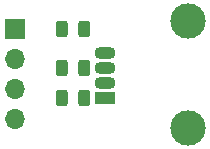
<source format=gbr>
%TF.GenerationSoftware,KiCad,Pcbnew,5.1.5-52549c5~86~ubuntu16.04.1*%
%TF.CreationDate,2020-10-09T17:32:45+05:30*%
%TF.ProjectId,DIP_3_color_LED_Module_V1.0,4449505f-335f-4636-9f6c-6f725f4c4544,V1.0*%
%TF.SameCoordinates,Original*%
%TF.FileFunction,Soldermask,Bot*%
%TF.FilePolarity,Negative*%
%FSLAX46Y46*%
G04 Gerber Fmt 4.6, Leading zero omitted, Abs format (unit mm)*
G04 Created by KiCad (PCBNEW 5.1.5-52549c5~86~ubuntu16.04.1) date 2020-10-09 17:32:45*
%MOMM*%
%LPD*%
G04 APERTURE LIST*
%ADD10C,3.000000*%
%ADD11C,0.100000*%
%ADD12O,1.700000X1.700000*%
%ADD13R,1.700000X1.700000*%
%ADD14O,1.800000X1.070000*%
%ADD15R,1.800000X1.070000*%
G04 APERTURE END LIST*
D10*
%TO.C,H1*%
X146210000Y-102729000D03*
%TD*%
%TO.C,H2*%
X146210000Y-93729000D03*
%TD*%
D11*
%TO.C,R2*%
G36*
X137681642Y-96964174D02*
G01*
X137705303Y-96967684D01*
X137728507Y-96973496D01*
X137751029Y-96981554D01*
X137772653Y-96991782D01*
X137793170Y-97004079D01*
X137812383Y-97018329D01*
X137830107Y-97034393D01*
X137846171Y-97052117D01*
X137860421Y-97071330D01*
X137872718Y-97091847D01*
X137882946Y-97113471D01*
X137891004Y-97135993D01*
X137896816Y-97159197D01*
X137900326Y-97182858D01*
X137901500Y-97206750D01*
X137901500Y-98119250D01*
X137900326Y-98143142D01*
X137896816Y-98166803D01*
X137891004Y-98190007D01*
X137882946Y-98212529D01*
X137872718Y-98234153D01*
X137860421Y-98254670D01*
X137846171Y-98273883D01*
X137830107Y-98291607D01*
X137812383Y-98307671D01*
X137793170Y-98321921D01*
X137772653Y-98334218D01*
X137751029Y-98344446D01*
X137728507Y-98352504D01*
X137705303Y-98358316D01*
X137681642Y-98361826D01*
X137657750Y-98363000D01*
X137170250Y-98363000D01*
X137146358Y-98361826D01*
X137122697Y-98358316D01*
X137099493Y-98352504D01*
X137076971Y-98344446D01*
X137055347Y-98334218D01*
X137034830Y-98321921D01*
X137015617Y-98307671D01*
X136997893Y-98291607D01*
X136981829Y-98273883D01*
X136967579Y-98254670D01*
X136955282Y-98234153D01*
X136945054Y-98212529D01*
X136936996Y-98190007D01*
X136931184Y-98166803D01*
X136927674Y-98143142D01*
X136926500Y-98119250D01*
X136926500Y-97206750D01*
X136927674Y-97182858D01*
X136931184Y-97159197D01*
X136936996Y-97135993D01*
X136945054Y-97113471D01*
X136955282Y-97091847D01*
X136967579Y-97071330D01*
X136981829Y-97052117D01*
X136997893Y-97034393D01*
X137015617Y-97018329D01*
X137034830Y-97004079D01*
X137055347Y-96991782D01*
X137076971Y-96981554D01*
X137099493Y-96973496D01*
X137122697Y-96967684D01*
X137146358Y-96964174D01*
X137170250Y-96963000D01*
X137657750Y-96963000D01*
X137681642Y-96964174D01*
G37*
G36*
X135806642Y-96964174D02*
G01*
X135830303Y-96967684D01*
X135853507Y-96973496D01*
X135876029Y-96981554D01*
X135897653Y-96991782D01*
X135918170Y-97004079D01*
X135937383Y-97018329D01*
X135955107Y-97034393D01*
X135971171Y-97052117D01*
X135985421Y-97071330D01*
X135997718Y-97091847D01*
X136007946Y-97113471D01*
X136016004Y-97135993D01*
X136021816Y-97159197D01*
X136025326Y-97182858D01*
X136026500Y-97206750D01*
X136026500Y-98119250D01*
X136025326Y-98143142D01*
X136021816Y-98166803D01*
X136016004Y-98190007D01*
X136007946Y-98212529D01*
X135997718Y-98234153D01*
X135985421Y-98254670D01*
X135971171Y-98273883D01*
X135955107Y-98291607D01*
X135937383Y-98307671D01*
X135918170Y-98321921D01*
X135897653Y-98334218D01*
X135876029Y-98344446D01*
X135853507Y-98352504D01*
X135830303Y-98358316D01*
X135806642Y-98361826D01*
X135782750Y-98363000D01*
X135295250Y-98363000D01*
X135271358Y-98361826D01*
X135247697Y-98358316D01*
X135224493Y-98352504D01*
X135201971Y-98344446D01*
X135180347Y-98334218D01*
X135159830Y-98321921D01*
X135140617Y-98307671D01*
X135122893Y-98291607D01*
X135106829Y-98273883D01*
X135092579Y-98254670D01*
X135080282Y-98234153D01*
X135070054Y-98212529D01*
X135061996Y-98190007D01*
X135056184Y-98166803D01*
X135052674Y-98143142D01*
X135051500Y-98119250D01*
X135051500Y-97206750D01*
X135052674Y-97182858D01*
X135056184Y-97159197D01*
X135061996Y-97135993D01*
X135070054Y-97113471D01*
X135080282Y-97091847D01*
X135092579Y-97071330D01*
X135106829Y-97052117D01*
X135122893Y-97034393D01*
X135140617Y-97018329D01*
X135159830Y-97004079D01*
X135180347Y-96991782D01*
X135201971Y-96981554D01*
X135224493Y-96973496D01*
X135247697Y-96967684D01*
X135271358Y-96964174D01*
X135295250Y-96963000D01*
X135782750Y-96963000D01*
X135806642Y-96964174D01*
G37*
%TD*%
D12*
%TO.C,J1*%
X131572000Y-101981000D03*
X131572000Y-99441000D03*
X131572000Y-96901000D03*
D13*
X131572000Y-94361000D03*
%TD*%
D14*
%TO.C,D1*%
X139210000Y-96369000D03*
X139210000Y-97639000D03*
X139210000Y-98909000D03*
D15*
X139210000Y-100179000D03*
%TD*%
D11*
%TO.C,R3*%
G36*
X137681642Y-93662174D02*
G01*
X137705303Y-93665684D01*
X137728507Y-93671496D01*
X137751029Y-93679554D01*
X137772653Y-93689782D01*
X137793170Y-93702079D01*
X137812383Y-93716329D01*
X137830107Y-93732393D01*
X137846171Y-93750117D01*
X137860421Y-93769330D01*
X137872718Y-93789847D01*
X137882946Y-93811471D01*
X137891004Y-93833993D01*
X137896816Y-93857197D01*
X137900326Y-93880858D01*
X137901500Y-93904750D01*
X137901500Y-94817250D01*
X137900326Y-94841142D01*
X137896816Y-94864803D01*
X137891004Y-94888007D01*
X137882946Y-94910529D01*
X137872718Y-94932153D01*
X137860421Y-94952670D01*
X137846171Y-94971883D01*
X137830107Y-94989607D01*
X137812383Y-95005671D01*
X137793170Y-95019921D01*
X137772653Y-95032218D01*
X137751029Y-95042446D01*
X137728507Y-95050504D01*
X137705303Y-95056316D01*
X137681642Y-95059826D01*
X137657750Y-95061000D01*
X137170250Y-95061000D01*
X137146358Y-95059826D01*
X137122697Y-95056316D01*
X137099493Y-95050504D01*
X137076971Y-95042446D01*
X137055347Y-95032218D01*
X137034830Y-95019921D01*
X137015617Y-95005671D01*
X136997893Y-94989607D01*
X136981829Y-94971883D01*
X136967579Y-94952670D01*
X136955282Y-94932153D01*
X136945054Y-94910529D01*
X136936996Y-94888007D01*
X136931184Y-94864803D01*
X136927674Y-94841142D01*
X136926500Y-94817250D01*
X136926500Y-93904750D01*
X136927674Y-93880858D01*
X136931184Y-93857197D01*
X136936996Y-93833993D01*
X136945054Y-93811471D01*
X136955282Y-93789847D01*
X136967579Y-93769330D01*
X136981829Y-93750117D01*
X136997893Y-93732393D01*
X137015617Y-93716329D01*
X137034830Y-93702079D01*
X137055347Y-93689782D01*
X137076971Y-93679554D01*
X137099493Y-93671496D01*
X137122697Y-93665684D01*
X137146358Y-93662174D01*
X137170250Y-93661000D01*
X137657750Y-93661000D01*
X137681642Y-93662174D01*
G37*
G36*
X135806642Y-93662174D02*
G01*
X135830303Y-93665684D01*
X135853507Y-93671496D01*
X135876029Y-93679554D01*
X135897653Y-93689782D01*
X135918170Y-93702079D01*
X135937383Y-93716329D01*
X135955107Y-93732393D01*
X135971171Y-93750117D01*
X135985421Y-93769330D01*
X135997718Y-93789847D01*
X136007946Y-93811471D01*
X136016004Y-93833993D01*
X136021816Y-93857197D01*
X136025326Y-93880858D01*
X136026500Y-93904750D01*
X136026500Y-94817250D01*
X136025326Y-94841142D01*
X136021816Y-94864803D01*
X136016004Y-94888007D01*
X136007946Y-94910529D01*
X135997718Y-94932153D01*
X135985421Y-94952670D01*
X135971171Y-94971883D01*
X135955107Y-94989607D01*
X135937383Y-95005671D01*
X135918170Y-95019921D01*
X135897653Y-95032218D01*
X135876029Y-95042446D01*
X135853507Y-95050504D01*
X135830303Y-95056316D01*
X135806642Y-95059826D01*
X135782750Y-95061000D01*
X135295250Y-95061000D01*
X135271358Y-95059826D01*
X135247697Y-95056316D01*
X135224493Y-95050504D01*
X135201971Y-95042446D01*
X135180347Y-95032218D01*
X135159830Y-95019921D01*
X135140617Y-95005671D01*
X135122893Y-94989607D01*
X135106829Y-94971883D01*
X135092579Y-94952670D01*
X135080282Y-94932153D01*
X135070054Y-94910529D01*
X135061996Y-94888007D01*
X135056184Y-94864803D01*
X135052674Y-94841142D01*
X135051500Y-94817250D01*
X135051500Y-93904750D01*
X135052674Y-93880858D01*
X135056184Y-93857197D01*
X135061996Y-93833993D01*
X135070054Y-93811471D01*
X135080282Y-93789847D01*
X135092579Y-93769330D01*
X135106829Y-93750117D01*
X135122893Y-93732393D01*
X135140617Y-93716329D01*
X135159830Y-93702079D01*
X135180347Y-93689782D01*
X135201971Y-93679554D01*
X135224493Y-93671496D01*
X135247697Y-93665684D01*
X135271358Y-93662174D01*
X135295250Y-93661000D01*
X135782750Y-93661000D01*
X135806642Y-93662174D01*
G37*
%TD*%
%TO.C,R1*%
G36*
X137681642Y-99504174D02*
G01*
X137705303Y-99507684D01*
X137728507Y-99513496D01*
X137751029Y-99521554D01*
X137772653Y-99531782D01*
X137793170Y-99544079D01*
X137812383Y-99558329D01*
X137830107Y-99574393D01*
X137846171Y-99592117D01*
X137860421Y-99611330D01*
X137872718Y-99631847D01*
X137882946Y-99653471D01*
X137891004Y-99675993D01*
X137896816Y-99699197D01*
X137900326Y-99722858D01*
X137901500Y-99746750D01*
X137901500Y-100659250D01*
X137900326Y-100683142D01*
X137896816Y-100706803D01*
X137891004Y-100730007D01*
X137882946Y-100752529D01*
X137872718Y-100774153D01*
X137860421Y-100794670D01*
X137846171Y-100813883D01*
X137830107Y-100831607D01*
X137812383Y-100847671D01*
X137793170Y-100861921D01*
X137772653Y-100874218D01*
X137751029Y-100884446D01*
X137728507Y-100892504D01*
X137705303Y-100898316D01*
X137681642Y-100901826D01*
X137657750Y-100903000D01*
X137170250Y-100903000D01*
X137146358Y-100901826D01*
X137122697Y-100898316D01*
X137099493Y-100892504D01*
X137076971Y-100884446D01*
X137055347Y-100874218D01*
X137034830Y-100861921D01*
X137015617Y-100847671D01*
X136997893Y-100831607D01*
X136981829Y-100813883D01*
X136967579Y-100794670D01*
X136955282Y-100774153D01*
X136945054Y-100752529D01*
X136936996Y-100730007D01*
X136931184Y-100706803D01*
X136927674Y-100683142D01*
X136926500Y-100659250D01*
X136926500Y-99746750D01*
X136927674Y-99722858D01*
X136931184Y-99699197D01*
X136936996Y-99675993D01*
X136945054Y-99653471D01*
X136955282Y-99631847D01*
X136967579Y-99611330D01*
X136981829Y-99592117D01*
X136997893Y-99574393D01*
X137015617Y-99558329D01*
X137034830Y-99544079D01*
X137055347Y-99531782D01*
X137076971Y-99521554D01*
X137099493Y-99513496D01*
X137122697Y-99507684D01*
X137146358Y-99504174D01*
X137170250Y-99503000D01*
X137657750Y-99503000D01*
X137681642Y-99504174D01*
G37*
G36*
X135806642Y-99504174D02*
G01*
X135830303Y-99507684D01*
X135853507Y-99513496D01*
X135876029Y-99521554D01*
X135897653Y-99531782D01*
X135918170Y-99544079D01*
X135937383Y-99558329D01*
X135955107Y-99574393D01*
X135971171Y-99592117D01*
X135985421Y-99611330D01*
X135997718Y-99631847D01*
X136007946Y-99653471D01*
X136016004Y-99675993D01*
X136021816Y-99699197D01*
X136025326Y-99722858D01*
X136026500Y-99746750D01*
X136026500Y-100659250D01*
X136025326Y-100683142D01*
X136021816Y-100706803D01*
X136016004Y-100730007D01*
X136007946Y-100752529D01*
X135997718Y-100774153D01*
X135985421Y-100794670D01*
X135971171Y-100813883D01*
X135955107Y-100831607D01*
X135937383Y-100847671D01*
X135918170Y-100861921D01*
X135897653Y-100874218D01*
X135876029Y-100884446D01*
X135853507Y-100892504D01*
X135830303Y-100898316D01*
X135806642Y-100901826D01*
X135782750Y-100903000D01*
X135295250Y-100903000D01*
X135271358Y-100901826D01*
X135247697Y-100898316D01*
X135224493Y-100892504D01*
X135201971Y-100884446D01*
X135180347Y-100874218D01*
X135159830Y-100861921D01*
X135140617Y-100847671D01*
X135122893Y-100831607D01*
X135106829Y-100813883D01*
X135092579Y-100794670D01*
X135080282Y-100774153D01*
X135070054Y-100752529D01*
X135061996Y-100730007D01*
X135056184Y-100706803D01*
X135052674Y-100683142D01*
X135051500Y-100659250D01*
X135051500Y-99746750D01*
X135052674Y-99722858D01*
X135056184Y-99699197D01*
X135061996Y-99675993D01*
X135070054Y-99653471D01*
X135080282Y-99631847D01*
X135092579Y-99611330D01*
X135106829Y-99592117D01*
X135122893Y-99574393D01*
X135140617Y-99558329D01*
X135159830Y-99544079D01*
X135180347Y-99531782D01*
X135201971Y-99521554D01*
X135224493Y-99513496D01*
X135247697Y-99507684D01*
X135271358Y-99504174D01*
X135295250Y-99503000D01*
X135782750Y-99503000D01*
X135806642Y-99504174D01*
G37*
%TD*%
M02*

</source>
